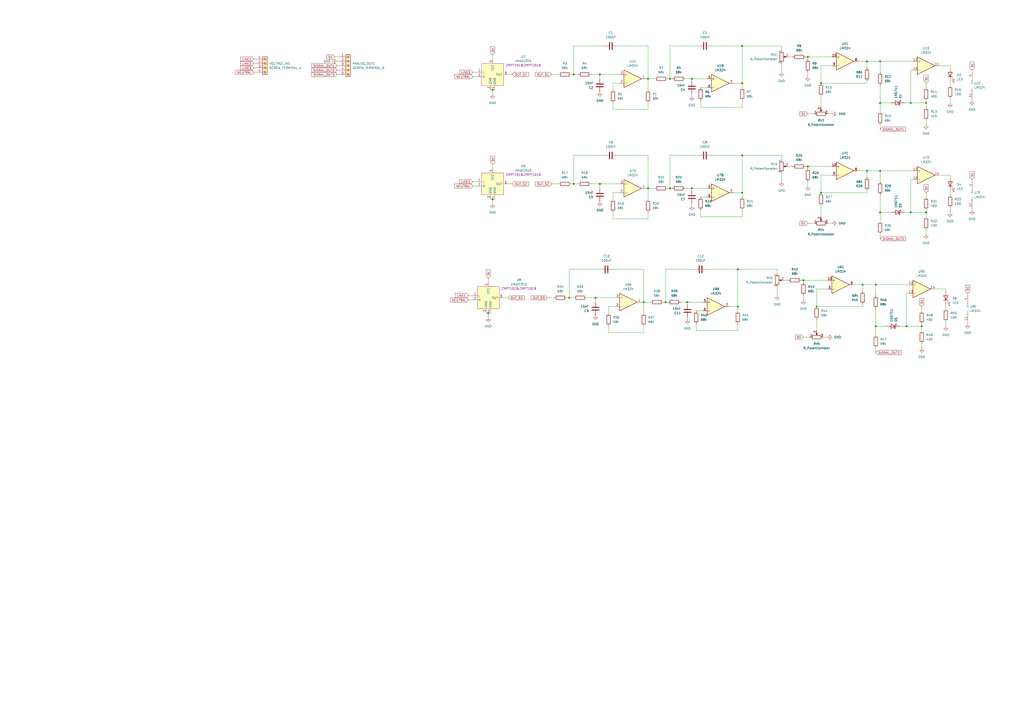
<source format=kicad_sch>
(kicad_sch (version 20250114) (generator "eeschema") (generator_version "9.0")
  (paper "A2")
  (junction (at 430.53 90.17))
  (junction (at 386.08 175.26))
  (junction (at 502.92 99.06))
  (junction (at 500.38 165.1))
  (junction (at 476.25 48.26))
  (junction (at 347.98 43.18))
  (junction (at 510.54 99.06))
  (junction (at 330.2 172.72))
  (junction (at 398.78 175.26))
  (junction (at 510.54 35.56))
  (junction (at 473.71 177.8))
  (junction (at 375.92 45.72))
  (junction (at 528.32 123.19))
  (junction (at 508 165.1))
  (junction (at 502.92 35.56))
  (junction (at 401.32 45.72))
  (junction (at 534.67 189.23))
  (junction (at 537.21 123.19))
  (junction (at 476.25 111.76))
  (junction (at 528.32 59.69))
  (junction (at 510.54 123.19))
  (junction (at 430.53 48.26))
  (junction (at 388.62 109.22))
  (junction (at 508 189.23))
  (junction (at 537.21 59.69))
  (junction (at 401.32 109.22))
  (junction (at 427.99 156.21))
  (junction (at 525.78 189.23))
  (junction (at 332.74 43.18))
  (junction (at 373.38 175.26))
  (junction (at 285.75 52.07))
  (junction (at 388.62 45.72))
  (junction (at 283.21 181.61))
  (junction (at 375.92 109.22))
  (junction (at 347.98 106.68))
  (junction (at 468.63 96.52))
  (junction (at 430.53 111.76))
  (junction (at 332.74 106.68))
  (junction (at 430.53 26.67))
  (junction (at 285.75 115.57))
  (junction (at 510.54 59.69))
  (junction (at 345.44 172.72))
  (junction (at 468.63 33.02))
  (junction (at 427.99 177.8))
  (junction (at 466.09 162.56))
  (wire (pts (xy 147.32 36.83) (xy 148.59 36.83)))
  (wire (pts (xy 147.32 41.91) (xy 148.59 41.91)))
  (wire (pts (xy 468.63 33.02) (xy 482.6 33.02)))
  (wire (pts (xy 332.74 106.68) (xy 332.74 90.17)))
  (wire (pts (xy 500.38 176.53) (xy 500.38 177.8)))
  (wire (pts (xy 430.53 26.67) (xy 430.53 48.26)))
  (wire (pts (xy 401.32 118.11) (xy 401.32 119.38)))
  (wire (pts (xy 271.78 171.45) (xy 274.32 171.45)))
  (wire (pts (xy 537.21 123.19) (xy 528.32 123.19)))
  (wire (pts (xy 389.89 109.22) (xy 388.62 109.22)))
  (wire (pts (xy 430.53 125.73) (xy 406.4 125.73)))
  (wire (pts (xy 331.47 43.18) (xy 332.74 43.18)))
  (wire (pts (xy 347.98 106.68) (xy 359.41 106.68)))
  (wire (pts (xy 410.21 114.3) (xy 406.4 114.3)))
  (wire (pts (xy 467.36 33.02) (xy 468.63 33.02)))
  (wire (pts (xy 548.64 176.53) (xy 548.64 179.07)))
  (wire (pts (xy 468.63 41.91) (xy 468.63 44.45)))
  (wire (pts (xy 510.54 99.06) (xy 529.59 99.06)))
  (wire (pts (xy 406.4 125.73) (xy 406.4 121.92)))
  (wire (pts (xy 510.54 123.19) (xy 510.54 113.03)))
  (wire (pts (xy 430.53 26.67) (xy 453.39 26.67)))
  (wire (pts (xy 502.92 110.49) (xy 502.92 111.76)))
  (wire (pts (xy 274.32 41.91) (xy 276.86 41.91)))
  (wire (pts (xy 551.18 120.65) (xy 551.18 123.19)))
  (wire (pts (xy 521.97 189.23) (xy 525.78 189.23)))
  (wire (pts (xy 274.32 44.45) (xy 276.86 44.45)))
  (wire (pts (xy 355.6 63.5) (xy 355.6 59.69)))
  (wire (pts (xy 373.38 175.26) (xy 377.19 175.26)))
  (wire (pts (xy 285.75 52.07) (xy 287.02 52.07)))
  (wire (pts (xy 407.67 180.34) (xy 403.86 180.34)))
  (wire (pts (xy 375.92 109.22) (xy 379.73 109.22)))
  (wire (pts (xy 345.44 172.72) (xy 356.87 172.72)))
  (wire (pts (xy 355.6 156.21) (xy 373.38 156.21)))
  (wire (pts (xy 430.53 90.17) (xy 453.39 90.17)))
  (wire (pts (xy 375.92 63.5) (xy 375.92 59.69)))
  (wire (pts (xy 355.6 127) (xy 355.6 123.19)))
  (wire (pts (xy 480.06 66.04) (xy 482.6 66.04)))
  (wire (pts (xy 331.47 106.68) (xy 332.74 106.68)))
  (wire (pts (xy 453.39 36.83) (xy 453.39 41.91)))
  (wire (pts (xy 453.39 90.17) (xy 453.39 92.71)))
  (wire (pts (xy 430.53 90.17) (xy 430.53 111.76)))
  (wire (pts (xy 412.75 90.17) (xy 430.53 90.17)))
  (wire (pts (xy 548.64 167.64) (xy 542.29 167.64)))
  (wire (pts (xy 537.21 123.19) (xy 537.21 125.73)))
  (wire (pts (xy 317.5 172.72) (xy 321.31 172.72)))
  (wire (pts (xy 450.85 156.21) (xy 450.85 158.75)))
  (wire (pts (xy 466.09 195.58) (xy 469.9 195.58)))
  (wire (pts (xy 355.6 127) (xy 375.92 127)))
  (wire (pts (xy 537.21 114.3) (xy 537.21 111.76)))
  (wire (pts (xy 285.75 52.07) (xy 285.75 54.61)))
  (wire (pts (xy 285.75 115.57) (xy 285.75 118.11)))
  (wire (pts (xy 430.53 121.92) (xy 430.53 125.73)))
  (wire (pts (xy 534.67 189.23) (xy 534.67 191.77)))
  (wire (pts (xy 427.99 177.8) (xy 422.91 177.8)))
  (wire (pts (xy 332.74 106.68) (xy 335.28 106.68)))
  (wire (pts (xy 473.71 167.64) (xy 473.71 177.8)))
  (wire (pts (xy 476.25 111.76) (xy 502.92 111.76)))
  (wire (pts (xy 561.34 170.18) (xy 561.34 171.45)))
  (wire (pts (xy 510.54 35.56) (xy 529.59 35.56)))
  (wire (pts (xy 401.32 54.61) (xy 401.32 55.88)))
  (wire (pts (xy 476.25 101.6) (xy 476.25 111.76)))
  (wire (pts (xy 466.09 171.45) (xy 466.09 173.99)))
  (wire (pts (xy 320.04 106.68) (xy 323.85 106.68)))
  (wire (pts (xy 476.25 38.1) (xy 476.25 48.26)))
  (wire (pts (xy 294.64 43.18) (xy 297.18 43.18)))
  (wire (pts (xy 292.1 172.72) (xy 294.64 172.72)))
  (wire (pts (xy 403.86 191.77) (xy 403.86 187.96)))
  (wire (pts (xy 502.92 46.99) (xy 502.92 48.26)))
  (wire (pts (xy 466.09 162.56) (xy 466.09 163.83)))
  (wire (pts (xy 401.32 46.99) (xy 401.32 45.72)))
  (wire (pts (xy 537.21 59.69) (xy 528.32 59.69)))
  (wire (pts (xy 401.32 110.49) (xy 401.32 109.22)))
  (wire (pts (xy 412.75 26.67) (xy 430.53 26.67)))
  (wire (pts (xy 468.63 96.52) (xy 482.6 96.52)))
  (wire (pts (xy 401.32 109.22) (xy 410.21 109.22)))
  (wire (pts (xy 467.36 96.52) (xy 468.63 96.52)))
  (wire (pts (xy 502.92 35.56) (xy 502.92 39.37)))
  (wire (pts (xy 274.32 105.41) (xy 276.86 105.41)))
  (wire (pts (xy 285.75 31.75) (xy 285.75 34.29)))
  (wire (pts (xy 281.94 181.61) (xy 283.21 181.61)))
  (wire (pts (xy 285.75 115.57) (xy 287.02 115.57)))
  (wire (pts (xy 534.67 189.23) (xy 525.78 189.23)))
  (wire (pts (xy 453.39 100.33) (xy 453.39 105.41)))
  (wire (pts (xy 271.78 173.99) (xy 274.32 173.99)))
  (wire (pts (xy 373.38 175.26) (xy 373.38 181.61)))
  (wire (pts (xy 427.99 156.21) (xy 450.85 156.21)))
  (wire (pts (xy 332.74 43.18) (xy 332.74 26.67)))
  (wire (pts (xy 285.75 95.25) (xy 285.75 97.79)))
  (wire (pts (xy 410.21 156.21) (xy 427.99 156.21)))
  (wire (pts (xy 283.21 181.61) (xy 283.21 184.15)))
  (wire (pts (xy 563.88 40.64) (xy 563.88 41.91)))
  (wire (pts (xy 510.54 59.69) (xy 510.54 49.53)))
  (wire (pts (xy 347.98 43.18) (xy 347.98 45.72)))
  (wire (pts (xy 340.36 172.72) (xy 345.44 172.72)))
  (wire (pts (xy 375.92 127) (xy 375.92 123.19)))
  (wire (pts (xy 454.66 162.56) (xy 457.2 162.56)))
  (wire (pts (xy 386.08 156.21) (xy 386.08 175.26)))
  (wire (pts (xy 528.32 40.64) (xy 529.59 40.64)))
  (wire (pts (xy 401.32 109.22) (xy 397.51 109.22)))
  (wire (pts (xy 330.2 172.72) (xy 330.2 156.21)))
  (wire (pts (xy 375.92 109.22) (xy 375.92 115.57)))
  (wire (pts (xy 537.21 135.89) (xy 537.21 133.35)))
  (wire (pts (xy 388.62 26.67) (xy 388.62 45.72)))
  (wire (pts (xy 537.21 121.92) (xy 537.21 123.19)))
  (wire (pts (xy 516.89 59.69) (xy 510.54 59.69)))
  (wire (pts (xy 510.54 59.69) (xy 510.54 64.77)))
  (wire (pts (xy 464.82 162.56) (xy 466.09 162.56)))
  (wire (pts (xy 510.54 99.06) (xy 510.54 105.41)))
  (wire (pts (xy 195.58 35.56) (xy 196.85 35.56)))
  (wire (pts (xy 372.11 175.26) (xy 373.38 175.26)))
  (wire (pts (xy 356.87 177.8) (xy 353.06 177.8)))
  (wire (pts (xy 500.38 165.1) (xy 500.38 168.91)))
  (wire (pts (xy 387.35 175.26) (xy 386.08 175.26)))
  (wire (pts (xy 195.58 38.1) (xy 196.85 38.1)))
  (wire (pts (xy 563.88 104.14) (xy 563.88 105.41)))
  (wire (pts (xy 358.14 90.17) (xy 375.92 90.17)))
  (wire (pts (xy 497.84 35.56) (xy 502.92 35.56)))
  (wire (pts (xy 502.92 99.06) (xy 510.54 99.06)))
  (wire (pts (xy 294.64 106.68) (xy 297.18 106.68)))
  (wire (pts (xy 345.44 172.72) (xy 345.44 175.26)))
  (wire (pts (xy 480.06 167.64) (xy 473.71 167.64)))
  (wire (pts (xy 468.63 33.02) (xy 468.63 34.29)))
  (wire (pts (xy 430.53 48.26) (xy 425.45 48.26)))
  (wire (pts (xy 388.62 109.22) (xy 387.35 109.22)))
  (wire (pts (xy 510.54 123.19) (xy 510.54 128.27)))
  (wire (pts (xy 274.32 107.95) (xy 276.86 107.95)))
  (wire (pts (xy 330.2 156.21) (xy 347.98 156.21)))
  (wire (pts (xy 457.2 33.02) (xy 459.74 33.02)))
  (wire (pts (xy 389.89 45.72) (xy 388.62 45.72)))
  (wire (pts (xy 561.34 186.69) (xy 561.34 187.96)))
  (wire (pts (xy 388.62 45.72) (xy 387.35 45.72)))
  (wire (pts (xy 534.67 180.34) (xy 534.67 177.8)))
  (wire (pts (xy 482.6 38.1) (xy 476.25 38.1)))
  (wire (pts (xy 284.48 52.07) (xy 285.75 52.07)))
  (wire (pts (xy 375.92 26.67) (xy 375.92 45.72)))
  (wire (pts (xy 388.62 90.17) (xy 388.62 109.22)))
  (wire (pts (xy 430.53 111.76) (xy 425.45 111.76)))
  (wire (pts (xy 194.31 33.02) (xy 196.85 33.02)))
  (wire (pts (xy 468.63 129.54) (xy 472.44 129.54)))
  (wire (pts (xy 401.32 45.72) (xy 410.21 45.72)))
  (wire (pts (xy 398.78 175.26) (xy 394.97 175.26)))
  (wire (pts (xy 551.18 101.6) (xy 544.83 101.6)))
  (wire (pts (xy 374.65 45.72) (xy 375.92 45.72)))
  (wire (pts (xy 398.78 184.15) (xy 398.78 185.42)))
  (wire (pts (xy 353.06 193.04) (xy 353.06 189.23)))
  (wire (pts (xy 355.6 48.26) (xy 355.6 52.07)))
  (wire (pts (xy 328.93 172.72) (xy 330.2 172.72)))
  (wire (pts (xy 514.35 189.23) (xy 508 189.23)))
  (wire (pts (xy 147.32 39.37) (xy 148.59 39.37)))
  (wire (pts (xy 563.88 120.65) (xy 563.88 121.92)))
  (wire (pts (xy 473.71 177.8) (xy 500.38 177.8)))
  (wire (pts (xy 373.38 156.21) (xy 373.38 175.26)))
  (wire (pts (xy 482.6 101.6) (xy 476.25 101.6)))
  (wire (pts (xy 551.18 38.1) (xy 544.83 38.1)))
  (wire (pts (xy 388.62 90.17) (xy 405.13 90.17)))
  (wire (pts (xy 477.52 195.58) (xy 480.06 195.58)))
  (wire (pts (xy 534.67 201.93) (xy 534.67 199.39)))
  (wire (pts (xy 195.58 43.18) (xy 196.85 43.18)))
  (wire (pts (xy 375.92 90.17) (xy 375.92 109.22)))
  (wire (pts (xy 330.2 172.72) (xy 332.74 172.72)))
  (wire (pts (xy 510.54 135.89) (xy 510.54 138.43)))
  (wire (pts (xy 353.06 193.04) (xy 373.38 193.04)))
  (wire (pts (xy 525.78 170.18) (xy 527.05 170.18)))
  (wire (pts (xy 528.32 40.64) (xy 528.32 59.69)))
  (wire (pts (xy 537.21 72.39) (xy 537.21 69.85)))
  (wire (pts (xy 551.18 102.87) (xy 551.18 101.6)))
  (wire (pts (xy 427.99 187.96) (xy 427.99 191.77)))
  (wire (pts (xy 495.3 165.1) (xy 500.38 165.1)))
  (wire (pts (xy 375.92 45.72) (xy 379.73 45.72)))
  (wire (pts (xy 430.53 48.26) (xy 430.53 50.8)))
  (wire (pts (xy 551.18 57.15) (xy 551.18 59.69)))
  (wire (pts (xy 548.64 168.91) (xy 548.64 167.64)))
  (wire (pts (xy 347.98 106.68) (xy 347.98 109.22)))
  (wire (pts (xy 524.51 123.19) (xy 528.32 123.19)))
  (wire (pts (xy 534.67 187.96) (xy 534.67 189.23)))
  (wire (pts (xy 374.65 109.22) (xy 375.92 109.22)))
  (wire (pts (xy 359.41 48.26) (xy 355.6 48.26)))
  (wire (pts (xy 466.09 162.56) (xy 480.06 162.56)))
  (wire (pts (xy 563.88 57.15) (xy 563.88 58.42)))
  (wire (pts (xy 502.92 35.56) (xy 510.54 35.56)))
  (wire (pts (xy 332.74 43.18) (xy 335.28 43.18)))
  (wire (pts (xy 373.38 193.04) (xy 373.38 189.23)))
  (wire (pts (xy 480.06 129.54) (xy 482.6 129.54)))
  (wire (pts (xy 430.53 62.23) (xy 406.4 62.23)))
  (wire (pts (xy 427.99 177.8) (xy 427.99 180.34)))
  (wire (pts (xy 476.25 48.26) (xy 502.92 48.26)))
  (wire (pts (xy 548.64 186.69) (xy 548.64 189.23)))
  (wire (pts (xy 476.25 119.38) (xy 476.25 125.73)))
  (wire (pts (xy 401.32 45.72) (xy 397.51 45.72)))
  (wire (pts (xy 355.6 63.5) (xy 375.92 63.5)))
  (wire (pts (xy 453.39 26.67) (xy 453.39 29.21)))
  (wire (pts (xy 468.63 66.04) (xy 472.44 66.04)))
  (wire (pts (xy 427.99 156.21) (xy 427.99 177.8)))
  (wire (pts (xy 508 189.23) (xy 508 179.07)))
  (wire (pts (xy 457.2 96.52) (xy 459.74 96.52)))
  (wire (pts (xy 537.21 50.8) (xy 537.21 48.26)))
  (wire (pts (xy 147.32 34.29) (xy 148.59 34.29)))
  (wire (pts (xy 551.18 39.37) (xy 551.18 38.1)))
  (wire (pts (xy 358.14 26.67) (xy 375.92 26.67)))
  (wire (pts (xy 353.06 177.8) (xy 353.06 181.61)))
  (wire (pts (xy 342.9 43.18) (xy 347.98 43.18)))
  (wire (pts (xy 502.92 99.06) (xy 502.92 102.87)))
  (wire (pts (xy 195.58 40.64) (xy 196.85 40.64)))
  (wire (pts (xy 516.89 123.19) (xy 510.54 123.19)))
  (wire (pts (xy 524.51 59.69) (xy 528.32 59.69)))
  (wire (pts (xy 284.48 115.57) (xy 285.75 115.57)))
  (wire (pts (xy 500.38 165.1) (xy 508 165.1)))
  (wire (pts (xy 528.32 104.14) (xy 529.59 104.14)))
  (wire (pts (xy 342.9 106.68) (xy 347.98 106.68)))
  (wire (pts (xy 468.63 105.41) (xy 468.63 107.95)))
  (wire (pts (xy 347.98 43.18) (xy 359.41 43.18)))
  (wire (pts (xy 537.21 59.69) (xy 537.21 62.23)))
  (wire (pts (xy 551.18 46.99) (xy 551.18 49.53)))
  (wire (pts (xy 283.21 161.29) (xy 283.21 163.83)))
  (wire (pts (xy 537.21 58.42) (xy 537.21 59.69)))
  (wire (pts (xy 332.74 90.17) (xy 350.52 90.17)))
  (wire (pts (xy 508 201.93) (xy 508 204.47)))
  (wire (pts (xy 386.08 156.21) (xy 402.59 156.21)))
  (wire (pts (xy 398.78 175.26) (xy 407.67 175.26)))
  (wire (pts (xy 525.78 170.18) (xy 525.78 189.23)))
  (wire (pts (xy 468.63 96.52) (xy 468.63 97.79)))
  (wire (pts (xy 406.4 62.23) (xy 406.4 58.42)))
  (wire (pts (xy 332.74 26.67) (xy 350.52 26.67)))
  (wire (pts (xy 375.92 45.72) (xy 375.92 52.07)))
  (wire (pts (xy 359.41 111.76) (xy 355.6 111.76)))
  (wire (pts (xy 508 165.1) (xy 527.05 165.1)))
  (wire (pts (xy 551.18 110.49) (xy 551.18 113.03)))
  (wire (pts (xy 508 189.23) (xy 508 194.31)))
  (wire (pts (xy 386.08 175.26) (xy 384.81 175.26)))
  (wire (pts (xy 510.54 35.56) (xy 510.54 41.91)))
  (wire (pts (xy 510.54 72.39) (xy 510.54 74.93)))
  (wire (pts (xy 283.21 181.61) (xy 284.48 181.61)))
  (wire (pts (xy 427.99 191.77) (xy 403.86 191.77)))
  (wire (pts (xy 410.21 50.8) (xy 406.4 50.8)))
  (wire (pts (xy 430.53 111.76) (xy 430.53 114.3)))
  (wire (pts (xy 398.78 176.53) (xy 398.78 175.26)))
  (wire (pts (xy 476.25 55.88) (xy 476.25 62.23)))
  (wire (pts (xy 473.71 185.42) (xy 473.71 191.77)))
  (wire (pts (xy 528.32 104.14) (xy 528.32 123.19)))
  (wire (pts (xy 430.53 58.42) (xy 430.53 62.23)))
  (wire (pts (xy 497.84 99.06) (xy 502.92 99.06)))
  (wire (pts (xy 355.6 111.76) (xy 355.6 115.57)))
  (wire (pts (xy 320.04 43.18) (xy 323.85 43.18)))
  (wire (pts (xy 450.85 166.37) (xy 450.85 171.45)))
  (wire (pts (xy 388.62 26.67) (xy 405.13 26.67)))
  (wire (pts (xy 508 165.1) (xy 508 171.45)))
  (global_label "LINE1" (shape input) (at 147.32 34.29 180) (property "Intersheetrefs" "${INTERSHEET_REFS}" (effects (hide yes))))
  (global_label "LINE1" (shape input) (at 271.78 171.45 180) (property "Intersheetrefs" "${INTERSHEET_REFS}" (effects (hide yes))))
  (global_label "5V" (shape input) (at 285.75 95.25 90) (property "Intersheetrefs" "${INTERSHEET_REFS}" (effects (hide yes))))
  (global_label "OUT_S2" (shape input) (at 297.18 106.68 0) (property "Intersheetrefs" "${INTERSHEET_REFS}" (effects (hide yes))))
  (global_label "5V" (shape input) (at 468.63 66.04 180) (property "Intersheetrefs" "${INTERSHEET_REFS}" (effects (hide yes))))
  (global_label "5V" (shape input) (at 563.88 40.64 90) (property "Intersheetrefs" "${INTERSHEET_REFS}" (effects (hide yes))))
  (global_label "5V" (shape input) (at 466.09 195.58 180) (property "Intersheetrefs" "${INTERSHEET_REFS}" (effects (hide yes))))
  (global_label "SIGNAL_OUT1" (shape input) (at 510.54 74.93 0) (property "Intersheetrefs" "${INTERSHEET_REFS}" (effects (hide yes))))
  (global_label "5V" (shape input) (at 563.88 104.14 90) (property "Intersheetrefs" "${INTERSHEET_REFS}" (effects (hide yes))))
  (global_label "NEUTRAL" (shape input) (at 274.32 107.95 180) (property "Intersheetrefs" "${INTERSHEET_REFS}" (effects (hide yes))))
  (global_label "5V" (shape input) (at 285.75 31.75 90) (property "Intersheetrefs" "${INTERSHEET_REFS}" (effects (hide yes))))
  (global_label "5V" (shape input) (at 194.31 33.02 180) (property "Intersheetrefs" "${INTERSHEET_REFS}" (effects (hide yes))))
  (global_label "NEUTRAL" (shape input) (at 271.78 173.99 180) (property "Intersheetrefs" "${INTERSHEET_REFS}" (effects (hide yes))))
  (global_label "LINE2" (shape input) (at 274.32 105.41 180) (property "Intersheetrefs" "${INTERSHEET_REFS}" (effects (hide yes))))
  (global_label "SIGNAL_OUT2" (shape input) (at 510.54 138.43 0) (property "Intersheetrefs" "${INTERSHEET_REFS}" (effects (hide yes))))
  (global_label "5V" (shape input) (at 537.21 111.76 90) (property "Intersheetrefs" "${INTERSHEET_REFS}" (effects (hide yes))))
  (global_label "5V" (shape input) (at 534.67 177.8 90) (property "Intersheetrefs" "${INTERSHEET_REFS}" (effects (hide yes))))
  (global_label "5V" (shape input) (at 468.63 129.54 180) (property "Intersheetrefs" "${INTERSHEET_REFS}" (effects (hide yes))))
  (global_label "OUT_S3" (shape input) (at 317.5 172.72 180) (property "Intersheetrefs" "${INTERSHEET_REFS}" (effects (hide yes))))
  (global_label "SIGNAL_OUT1" (shape input) (at 195.58 38.1 180) (property "Intersheetrefs" "${INTERSHEET_REFS}" (effects (hide yes))))
  (global_label "OUT_S1" (shape input) (at 320.04 43.18 180) (property "Intersheetrefs" "${INTERSHEET_REFS}" (effects (hide yes))))
  (global_label "LINE3" (shape input) (at 147.32 39.37 180) (property "Intersheetrefs" "${INTERSHEET_REFS}" (effects (hide yes))))
  (global_label "OUT_S2" (shape input) (at 320.04 106.68 180) (property "Intersheetrefs" "${INTERSHEET_REFS}" (effects (hide yes))))
  (global_label "5V" (shape input) (at 537.21 48.26 90) (property "Intersheetrefs" "${INTERSHEET_REFS}" (effects (hide yes))))
  (global_label "NEUTRAL" (shape input) (at 274.32 44.45 180) (property "Intersheetrefs" "${INTERSHEET_REFS}" (effects (hide yes))))
  (global_label "SIGNAL_OUT2" (shape input) (at 195.58 40.64 180) (property "Intersheetrefs" "${INTERSHEET_REFS}" (effects (hide yes))))
  (global_label "5V" (shape input) (at 561.34 170.18 90) (property "Intersheetrefs" "${INTERSHEET_REFS}" (effects (hide yes))))
  (global_label "SIGNAL_OUT3" (shape input) (at 195.58 43.18 180) (property "Intersheetrefs" "${INTERSHEET_REFS}" (effects (hide yes))))
  (global_label "LINE2" (shape input) (at 147.32 36.83 180) (property "Intersheetrefs" "${INTERSHEET_REFS}" (effects (hide yes))))
  (global_label "OUT_S1" (shape input) (at 297.18 43.18 0) (property "Intersheetrefs" "${INTERSHEET_REFS}" (effects (hide yes))))
  (global_label "NEUTRAL" (shape input) (at 147.32 41.91 180) (property "Intersheetrefs" "${INTERSHEET_REFS}" (effects (hide yes))))
  (global_label "5V" (shape input) (at 283.21 161.29 90) (property "Intersheetrefs" "${INTERSHEET_REFS}" (effects (hide yes))))
  (global_label "OUT_S3" (shape input) (at 294.64 172.72 0) (property "Intersheetrefs" "${INTERSHEET_REFS}" (effects (hide yes))))
  (global_label "SIGNAL_OUT3" (shape input) (at 508 204.47 0) (property "Intersheetrefs" "${INTERSHEET_REFS}" (effects (hide yes))))
  (global_label "LINE3" (shape input) (at 274.32 41.91 180) (property "Intersheetrefs" "${INTERSHEET_REFS}" (effects (hide yes))))
  (symbol (lib_id "DIY:R") (at 468.63 38.1 180) (unit 1)
    (property "Reference" "R9" (at 471.17 36.8299 0) (effects (justify right)))
    (property "Value" "68k" (at 471.17 39.3699 0) (effects (justify right)))
    (property "Footprint" "Resistor_THT:R_Axial_DIN0207_L6.3mm_D2.5mm_P7.62mm_Horizontal" (effects (hide yes)))
    (property "Description" "Resistor" (effects (hide yes)))
  )
  (symbol (lib_id "Amplifier_Operational:LM324") (at 490.22 99.06 0) (unit 3)
    (property "Reference" "U7" (at 490.22 88.9 0))
    (property "Value" "LM324" (at 490.22 91.44 0))
    (property "Footprint" "Package_DIP:DIP-14_W7.62mm_LongPads" (effects (hide yes)))
    (property "Datasheet" "http://www.ti.com/lit/ds/symlink/lm2902-n.pdf" (effects (hide yes)))
    (property "Description" "Low-Power, Quad-Operational Amplifiers, DIP-14/SOIC-14/SSOP-14" (effects (hide yes)))
  )
  (symbol (lib_id "DIY:R") (at 393.7 45.72 90) (unit 1)
    (property "Reference" "R5" (at 393.7 39.37 90))
    (property "Value" "68k" (at 393.7 41.91 90))
    (property "Footprint" "Resistor_THT:R_Axial_DIN0207_L6.3mm_D2.5mm_P7.62mm_Horizontal" (effects (hide yes)))
    (property "Description" "Resistor" (effects (hide yes)))
  )
  (symbol (lib_id "DIY:R") (at 336.55 172.72 90) (unit 1)
    (property "Reference" "R35" (at 336.55 166.37 90))
    (property "Value" "68k" (at 336.55 168.91 90))
    (property "Footprint" "Resistor_THT:R_Axial_DIN0207_L6.3mm_D2.5mm_P7.62mm_Horizontal" (effects (hide yes)))
    (property "Description" "Resistor" (effects (hide yes)))
  )
  (symbol (lib_id "Amplifier_Operational:LM324") (at 563.88 179.07 0) (unit 5)
    (property "Reference" "U9" (at 562.61 177.7999 0) (effects (justify left)))
    (property "Value" "LM324" (at 562.61 180.3399 0) (effects (justify left)))
    (property "Footprint" "Package_DIP:DIP-14_W7.62mm_LongPads" (effects (hide yes)))
    (property "Datasheet" "http://www.ti.com/lit/ds/symlink/lm2902-n.pdf" (effects (hide yes)))
    (property "Description" "Low-Power, Quad-Operational Amplifiers, DIP-14/SOIC-14/SSOP-14" (effects (hide yes)))
  )
  (symbol (lib_id "DIY:R") (at 355.6 119.38 0) (unit 1)
    (property "Reference" "R19" (at 358.14 118.1099 0) (effects (justify left)))
    (property "Value" "68k" (at 358.14 120.6499 0) (effects (justify left)))
    (property "Footprint" "Resistor_THT:R_Axial_DIN0207_L6.3mm_D2.5mm_P7.62mm_Horizontal" (effects (hide yes)))
    (property "Description" "Resistor" (effects (hide yes)))
  )
  (symbol (lib_id "Device:C") (at 401.32 50.8 180) (unit 1)
    (property "Reference" "C4" (at 397.51 52.0701 0) (effects (justify left)))
    (property "Value" "15nF" (at 397.51 49.5301 0) (effects (justify left)))
    (property "Footprint" "Capacitor_THT:C_Rect_L7.0mm_W2.5mm_P5.00mm" (effects (hide yes)))
    (property "Description" "Unpolarized capacitor" (effects (hide yes)))
  )
  (symbol (lib_id "DIY:R") (at 375.92 119.38 0) (unit 1)
    (property "Reference" "R20" (at 378.46 118.1099 0) (effects (justify left)))
    (property "Value" "68k" (at 378.46 120.6499 0) (effects (justify left)))
    (property "Footprint" "Resistor_THT:R_Axial_DIN0207_L6.3mm_D2.5mm_P7.62mm_Horizontal" (effects (hide yes)))
    (property "Description" "Resistor" (effects (hide yes)))
  )
  (symbol (lib_id "DIY:R") (at 375.92 55.88 0) (unit 1)
    (property "Reference" "R1" (at 378.46 54.6099 0) (effects (justify left)))
    (property "Value" "68k" (at 378.46 57.1499 0) (effects (justify left)))
    (property "Footprint" "Resistor_THT:R_Axial_DIN0207_L6.3mm_D2.5mm_P7.62mm_Horizontal" (effects (hide yes)))
    (property "Description" "Resistor" (effects (hide yes)))
  )
  (symbol (lib_id "DIY:R") (at 403.86 184.15 0) (unit 1)
    (property "Reference" "R40" (at 406.4 182.8799 0) (effects (justify left)))
    (property "Value" "68k" (at 406.4 185.4199 0) (effects (justify left)))
    (property "Footprint" "Resistor_THT:R_Axial_DIN0207_L6.3mm_D2.5mm_P7.62mm_Horizontal" (effects (hide yes)))
    (property "Description" "Resistor" (effects (hide yes)))
  )
  (symbol (lib_id "Device:C") (at 408.94 26.67 90) (unit 1)
    (property "Reference" "C3" (at 408.94 19.05 90))
    (property "Value" "100nF" (at 408.94 21.59 90))
    (property "Footprint" "Capacitor_THT:C_Rect_L11.0mm_W4.3mm_P10.00mm_MKT" (effects (hide yes)))
    (property "Description" "Unpolarized capacitor" (effects (hide yes)))
  )
  (symbol (lib_id "DIY:R") (at 508 175.26 180) (unit 1)
    (property "Reference" "R46" (at 510.54 173.9899 0) (effects (justify right)))
    (property "Value" "68k" (at 510.54 176.5299 0) (effects (justify right)))
    (property "Footprint" "Resistor_THT:R_Axial_DIN0207_L6.3mm_D2.5mm_P7.62mm_Horizontal" (effects (hide yes)))
    (property "Description" "Resistor" (effects (hide yes)))
  )
  (symbol (lib_id "power:GND") (at 551.18 59.69 0) (unit 1)
    (property "Reference" "#PWR06" (effects (hide yes)))
    (property "Value" "GND" (at 551.18 64.77 0))
    (property "Description" "Power symbol creates a global label with name \"GND\" , ground" (effects (hide yes)))
  )
  (symbol (lib_id "DIY:R") (at 466.09 167.64 180) (unit 1)
    (property "Reference" "R43" (at 468.63 166.3699 0) (effects (justify right)))
    (property "Value" "68k" (at 468.63 168.9099 0) (effects (justify right)))
    (property "Footprint" "Resistor_THT:R_Axial_DIN0207_L6.3mm_D2.5mm_P7.62mm_Horizontal" (effects (hide yes)))
    (property "Description" "Resistor" (effects (hide yes)))
  )
  (symbol (lib_id "power:GND") (at 548.64 189.23 0) (unit 1)
    (property "Reference" "#PWR029" (effects (hide yes)))
    (property "Value" "GND" (at 548.64 194.31 0))
    (property "Description" "Power symbol creates a global label with name \"GND\" , ground" (effects (hide yes)))
  )
  (symbol (lib_id "Device:R_Potentiometer") (at 473.71 195.58 90) (unit 1)
    (property "Reference" "RV6" (at 473.71 199.39 90))
    (property "Value" "R_Potentiometer" (at 473.71 201.93 90))
    (property "Footprint" "Potentiometer_THT:Potentiometer_Bourns_3296W_Vertical" (effects (hide yes)))
    (property "Description" "Potentiometer" (effects (hide yes)))
  )
  (symbol (lib_id "power:GND") (at 453.39 105.41 0) (unit 1)
    (property "Reference" "#PWR016" (effects (hide yes)))
    (property "Value" "GND" (at 453.39 110.49 0))
    (property "Description" "Power symbol creates a global label with name \"GND\" , ground" (effects (hide yes)))
  )
  (symbol (lib_id "DIY:R") (at 537.21 118.11 180) (unit 1)
    (property "Reference" "R31" (at 539.75 116.8399 0) (effects (justify right)))
    (property "Value" "400" (at 539.75 119.3799 0) (effects (justify right)))
    (property "Footprint" "Resistor_THT:R_Axial_DIN0207_L6.3mm_D2.5mm_P7.62mm_Horizontal" (effects (hide yes)))
    (property "Description" "Resistor" (effects (hide yes)))
  )
  (symbol (lib_id "power:GND") (at 563.88 121.92 0) (unit 1)
    (property "Reference" "#PWR021" (effects (hide yes)))
    (property "Value" "GND" (at 563.88 127 0))
    (property "Description" "Power symbol creates a global label with name \"GND\" , ground" (effects (hide yes)))
  )
  (symbol (lib_id "Device:R_Potentiometer") (at 450.85 162.56 0) (unit 1)
    (property "Reference" "RV5" (at 448.31 161.2899 0) (effects (justify right)))
    (property "Value" "R_Potentiometer" (at 448.31 163.8299 0) (effects (justify right)))
    (property "Footprint" "Potentiometer_THT:Potentiometer_Bourns_3296W_Vertical" (effects (hide yes)))
    (property "Description" "Potentiometer" (effects (hide yes)))
  )
  (symbol (lib_id "Device:R_Potentiometer") (at 476.25 66.04 90) (unit 1)
    (property "Reference" "RV2" (at 476.25 69.85 90))
    (property "Value" "R_Potentiometer" (at 476.25 72.39 90))
    (property "Footprint" "Potentiometer_THT:Potentiometer_Bourns_3296W_Vertical" (effects (hide yes)))
    (property "Description" "Potentiometer" (effects (hide yes)))
  )
  (symbol (lib_id "Device:C") (at 345.44 179.07 180) (unit 1)
    (property "Reference" "C9" (at 341.63 180.3401 0) (effects (justify left)))
    (property "Value" "15nF" (at 341.63 177.8001 0) (effects (justify left)))
    (property "Footprint" "Capacitor_THT:C_Rect_L7.0mm_W2.5mm_P5.00mm" (effects (hide yes)))
    (property "Description" "Unpolarized capacitor" (effects (hide yes)))
  )
  (symbol (lib_id "Amplifier_Operational:LM324") (at 534.67 167.64 0) (unit 4)
    (property "Reference" "U9" (at 534.67 157.48 0))
    (property "Value" "LM324" (at 534.67 160.02 0))
    (property "Footprint" "Package_DIP:DIP-14_W7.62mm_LongPads" (effects (hide yes)))
    (property "Datasheet" "http://www.ti.com/lit/ds/symlink/lm2902-n.pdf" (effects (hide yes)))
    (property "Description" "Low-Power, Quad-Operational Amplifiers, DIP-14/SOIC-14/SSOP-14" (effects (hide yes)))
  )
  (symbol (lib_id "Connector:Screw_Terminal_01x05") (at 201.93 38.1 0) (unit 1)
    (property "Reference" "ANALOG_OUT1" (at 204.47 36.8299 0) (effects (justify left)))
    (property "Value" "SCREW_TERMINAL_5" (at 204.47 39.3699 0) (effects (justify left)))
    (property "Footprint" "TerminalBlock_Phoenix:TerminalBlock_Phoenix_MKDS-1,5-5-5.08_1x05_P5.08mm_Horizontal" (effects (hide yes)))
    (property "Description" "Generic screw terminal, single row, 01x05, script generated (kicad-library-utils/schlib/autogen/connector/)" (effects (hide yes)))
  )
  (symbol (lib_id "DIY:R") (at 383.54 109.22 90) (unit 1)
    (property "Reference" "R21" (at 383.54 102.87 90))
    (property "Value" "68k" (at 383.54 105.41 90))
    (property "Footprint" "Resistor_THT:R_Axial_DIN0207_L6.3mm_D2.5mm_P7.62mm_Horizontal" (effects (hide yes)))
    (property "Description" "Resistor" (effects (hide yes)))
  )
  (symbol (lib_id "Device:C") (at 408.94 90.17 90) (unit 1)
    (property "Reference" "C8" (at 408.94 82.55 90))
    (property "Value" "100nF" (at 408.94 85.09 90))
    (property "Footprint" "Capacitor_THT:C_Rect_L11.0mm_W4.3mm_P10.00mm_MKT" (effects (hide yes)))
    (property "Description" "Unpolarized capacitor" (effects (hide yes)))
  )
  (symbol (lib_id "DIY:R") (at 325.12 172.72 90) (unit 1)
    (property "Reference" "R34" (at 325.12 166.37 90))
    (property "Value" "68k" (at 325.12 168.91 90))
    (property "Footprint" "Resistor_THT:R_Axial_DIN0207_L6.3mm_D2.5mm_P7.62mm_Horizontal" (effects (hide yes)))
    (property "Description" "Resistor" (effects (hide yes)))
  )
  (symbol (lib_id "power:GND") (at 401.32 55.88 0) (unit 1)
    (property "Reference" "#PWR03" (effects (hide yes)))
    (property "Value" "GND" (at 401.32 60.96 0))
    (property "Description" "Power symbol creates a global label with name \"GND\" , ground" (effects (hide yes)))
  )
  (symbol (lib_id "Amplifier_Operational:LM324") (at 415.29 177.8 0) (unit 2)
    (property "Reference" "U9" (at 415.29 167.64 0))
    (property "Value" "LM324" (at 415.29 170.18 0))
    (property "Footprint" "Package_DIP:DIP-14_W7.62mm_LongPads" (effects (hide yes)))
    (property "Datasheet" "http://www.ti.com/lit/ds/symlink/lm2902-n.pdf" (effects (hide yes)))
    (property "Description" "Low-Power, Quad-Operational Amplifiers, DIP-14/SOIC-14/SSOP-14" (effects (hide yes)))
  )
  (symbol (lib_id "DIY:R") (at 339.09 43.18 90) (unit 1)
    (property "Reference" "R4" (at 339.09 36.83 90))
    (property "Value" "68k" (at 339.09 39.37 90))
    (property "Footprint" "Resistor_THT:R_Axial_DIN0207_L6.3mm_D2.5mm_P7.62mm_Horizontal" (effects (hide yes)))
    (property "Description" "Resistor" (effects (hide yes)))
  )
  (symbol (lib_id "Amplifier_Operational:LM324") (at 367.03 109.22 0) (unit 1)
    (property "Reference" "U7" (at 367.03 99.06 0))
    (property "Value" "LM324" (at 367.03 101.6 0))
    (property "Footprint" "Package_DIP:DIP-14_W7.62mm_LongPads" (effects (hide yes)))
    (property "Datasheet" "http://www.ti.com/lit/ds/symlink/lm2902-n.pdf" (effects (hide yes)))
    (property "Description" "Low-Power, Quad-Operational Amplifiers, DIP-14/SOIC-14/SSOP-14" (effects (hide yes)))
  )
  (symbol (lib_id "Diode:1N5711") (at 518.16 189.23 0) (mirror y) (unit 1)
    (property "Reference" "D5" (at 519.7476 186.69 90) (effects (justify left)))
    (property "Value" "1N5711" (at 517.2076 186.69 90) (effects (justify left)))
    (property "Footprint" "Diode_THT:D_DO-35_SOD27_P7.62mm_Horizontal" (effects (hide yes)))
    (property "Datasheet" "https://www.microsemi.com/document-portal/doc_download/8865-lds-0040-datasheet" (effects (hide yes)))
    (property "Description" "70V 33mA Schottky diode, DO-35" (effects (hide yes)))
  )
  (symbol (lib_id "DIY:R") (at 339.09 106.68 90) (unit 1)
    (property "Reference" "R18" (at 339.09 100.33 90))
    (property "Value" "68k" (at 339.09 102.87 90))
    (property "Footprint" "Resistor_THT:R_Axial_DIN0207_L6.3mm_D2.5mm_P7.62mm_Horizontal" (effects (hide yes)))
    (property "Description" "Resistor" (effects (hide yes)))
  )
  (symbol (lib_id "power:GND") (at 537.21 135.89 0) (unit 1)
    (property "Reference" "#PWR019" (effects (hide yes)))
    (property "Value" "GND" (at 537.21 140.97 0))
    (property "Description" "Power symbol creates a global label with name \"GND\" , ground" (effects (hide yes)))
  )
  (symbol (lib_id "power:GND") (at 482.6 66.04 90) (unit 1)
    (property "Reference" "#PWR05" (effects (hide yes)))
    (property "Value" "GND" (at 486.41 66.0399 90) (effects (justify right)))
    (property "Description" "Power symbol creates a global label with name \"GND\" , ground" (effects (hide yes)))
  )
  (symbol (lib_id "DIY:R") (at 381 175.26 90) (unit 1)
    (property "Reference" "R38" (at 381 168.91 90))
    (property "Value" "68k" (at 381 171.45 90))
    (property "Footprint" "Resistor_THT:R_Axial_DIN0207_L6.3mm_D2.5mm_P7.62mm_Horizontal" (effects (hide yes)))
    (property "Description" "Resistor" (effects (hide yes)))
  )
  (symbol (lib_id "Device:LED") (at 551.18 43.18 90) (unit 1)
    (property "Reference" "D2" (at 554.99 43.4974 90) (effects (justify right)))
    (property "Value" "LED" (at 554.99 46.0374 90) (effects (justify right)))
    (property "Footprint" "LED_THT:LED_D4.0mm" (effects (hide yes)))
    (property "Description" "Light emitting diode" (effects (hide yes)))
    (property "Sim.Pins" "1=K 2=A" (effects (hide yes)))
  )
  (symbol (lib_id "DIY:R") (at 508 198.12 180) (unit 1)
    (property "Reference" "R47" (at 510.54 196.8499 0) (effects (justify right)))
    (property "Value" "68k" (at 510.54 199.3899 0) (effects (justify right)))
    (property "Footprint" "Resistor_THT:R_Axial_DIN0207_L6.3mm_D2.5mm_P7.62mm_Horizontal" (effects (hide yes)))
    (property "Description" "Resistor" (effects (hide yes)))
  )
  (symbol (lib_id "DIY:R") (at 473.71 181.61 180) (unit 1)
    (property "Reference" "R44" (at 476.25 180.3399 0) (effects (justify right)))
    (property "Value" "68k" (at 476.25 182.8799 0) (effects (justify right)))
    (property "Footprint" "Resistor_THT:R_Axial_DIN0207_L6.3mm_D2.5mm_P7.62mm_Horizontal" (effects (hide yes)))
    (property "Description" "Resistor" (effects (hide yes)))
  )
  (symbol (lib_id "DIY:R") (at 427.99 184.15 180) (unit 1)
    (property "Reference" "R41" (at 430.53 182.8799 0) (effects (justify right)))
    (property "Value" "68k" (at 430.53 185.4199 0) (effects (justify right)))
    (property "Footprint" "Resistor_THT:R_Axial_DIN0207_L6.3mm_D2.5mm_P7.62mm_Horizontal" (effects (hide yes)))
    (property "Description" "Resistor" (effects (hide yes)))
  )
  (symbol (lib_id "Connector:Screw_Terminal_01x04") (at 153.67 36.83 0) (unit 1)
    (property "Reference" "VOLTAGE_IN1" (at 156.21 36.8299 0) (effects (justify left)))
    (property "Value" "SCREW_TERMINAL_4" (at 156.21 39.3699 0) (effects (justify left)))
    (property "Footprint" "TerminalBlock_Phoenix:TerminalBlock_Phoenix_MKDS-1,5-4-5.08_1x04_P5.08mm_Horizontal" (effects (hide yes)))
    (property "Description" "Generic screw terminal, single row, 01x04, script generated (kicad-library-utils/schlib/autogen/connector/)" (effects (hide yes)))
  )
  (symbol (lib_id "Device:C") (at 354.33 90.17 90) (unit 1)
    (property "Reference" "C6" (at 354.33 82.55 90))
    (property "Value" "100nF" (at 354.33 85.09 90))
    (property "Footprint" "Capacitor_THT:C_Rect_L11.0mm_W4.3mm_P10.00mm_MKT" (effects (hide yes)))
    (property "Description" "Unpolarized capacitor" (effects (hide yes)))
  )
  (symbol (lib_id "DIY:R") (at 537.21 66.04 180) (unit 1)
    (property "Reference" "R13" (at 539.75 64.7699 0) (effects (justify right)))
    (property "Value" "420" (at 539.75 67.3099 0) (effects (justify right)))
    (property "Footprint" "Resistor_THT:R_Axial_DIN0207_L6.3mm_D2.5mm_P7.62mm_Horizontal" (effects (hide yes)))
    (property "Description" "Resistor" (effects (hide yes)))
  )
  (symbol (lib_id "DIY:R") (at 537.21 54.61 180) (unit 1)
    (property "Reference" "R14" (at 539.75 53.3399 0) (effects (justify right)))
    (property "Value" "400" (at 539.75 55.8799 0) (effects (justify right)))
    (property "Footprint" "Resistor_THT:R_Axial_DIN0207_L6.3mm_D2.5mm_P7.62mm_Horizontal" (effects (hide yes)))
    (property "Description" "Resistor" (effects (hide yes)))
  )
  (symbol (lib_id "Amplifier_Operational:LM324") (at 537.21 101.6 0) (unit 4)
    (property "Reference" "U7" (at 537.21 91.44 0))
    (property "Value" "LM324" (at 537.21 93.98 0))
    (property "Footprint" "Package_DIP:DIP-14_W7.62mm_LongPads" (effects (hide yes)))
    (property "Datasheet" "http://www.ti.com/lit/ds/symlink/lm2902-n.pdf" (effects (hide yes)))
    (property "Description" "Low-Power, Quad-Operational Amplifiers, DIP-14/SOIC-14/SSOP-14" (effects (hide yes)))
  )
  (symbol (lib_id "DIY:R") (at 551.18 116.84 180) (unit 1)
    (property "Reference" "R33" (at 553.72 115.5699 0) (effects (justify right)))
    (property "Value" "100" (at 553.72 118.1099 0) (effects (justify right)))
    (property "Footprint" "Resistor_THT:R_Axial_DIN0207_L6.3mm_D2.5mm_P7.62mm_Horizontal" (effects (hide yes)))
    (property "Description" "Resistor" (effects (hide yes)))
  )
  (symbol (lib_id "Device:LED") (at 548.64 172.72 90) (unit 1)
    (property "Reference" "D6" (at 552.45 173.0374 90) (effects (justify right)))
    (property "Value" "LED" (at 552.45 175.5774 90) (effects (justify right)))
    (property "Footprint" "LED_THT:LED_D4.0mm" (effects (hide yes)))
    (property "Description" "Light emitting diode" (effects (hide yes)))
    (property "Sim.Pins" "1=K 2=A" (effects (hide yes)))
  )
  (symbol (lib_id "Amplifier_Operational:LM324") (at 417.83 48.26 0) (unit 2)
    (property "Reference" "U1" (at 417.83 38.1 0))
    (property "Value" "LM324" (at 417.83 40.64 0))
    (property "Footprint" "Package_DIP:DIP-14_W7.62mm_LongPads" (effects (hide yes)))
    (property "Datasheet" "http://www.ti.com/lit/ds/symlink/lm2902-n.pdf" (effects (hide yes)))
    (property "Description" "Low-Power, Quad-Operational Amplifiers, DIP-14/SOIC-14/SSOP-14" (effects (hide yes)))
  )
  (symbol (lib_id "Amplifier_Operational:LM324") (at 566.42 49.53 0) (unit 5)
    (property "Reference" "U1" (at 565.15 48.2599 0) (effects (justify left)))
    (property "Value" "LM324" (at 565.15 50.7999 0) (effects (justify left)))
    (property "Footprint" "Package_DIP:DIP-14_W7.62mm_LongPads" (effects (hide yes)))
    (property "Datasheet" "http://www.ti.com/lit/ds/symlink/lm2902-n.pdf" (effects (hide yes)))
    (property "Description" "Low-Power, Quad-Operational Amplifiers, DIP-14/SOIC-14/SSOP-14" (effects (hide yes)))
  )
  (symbol (lib_id "Device:R_Potentiometer") (at 453.39 33.02 0) (unit 1)
    (property "Reference" "RV1" (at 450.85 31.7499 0) (effects (justify right)))
    (property "Value" "R_Potentiometer" (at 450.85 34.2899 0) (effects (justify right)))
    (property "Footprint" "Potentiometer_THT:Potentiometer_Bourns_3296W_Vertical" (effects (hide yes)))
    (property "Description" "Potentiometer" (effects (hide yes)))
  )
  (symbol (lib_id "power:GND") (at 468.63 44.45 0) (unit 1)
    (property "Reference" "#PWR04" (effects (hide yes)))
    (property "Value" "GND" (at 468.63 49.53 0))
    (property "Description" "Power symbol creates a global label with name \"GND\" , ground" (effects (hide yes)))
  )
  (symbol (lib_id "DIY:R") (at 551.18 53.34 180) (unit 1)
    (property "Reference" "R16" (at 553.72 52.0699 0) (effects (justify right)))
    (property "Value" "100" (at 553.72 54.6099 0) (effects (justify right)))
    (property "Footprint" "Resistor_THT:R_Axial_DIN0207_L6.3mm_D2.5mm_P7.62mm_Horizontal" (effects (hide yes)))
    (property "Description" "Resistor" (effects (hide yes)))
  )
  (symbol (lib_id "holag:zmpt101b") (at 283.21 172.72 0) (unit 1)
    (property "Reference" "U8" (at 300.99 162.306 0))
    (property "Value" "zmpt101b" (at 300.99 164.846 0))
    (property "Footprint" "ZMPT101B:ZMPT101B" (at 300.99 167.386 0))
  )
  (symbol (lib_id "DIY:R") (at 430.53 54.61 180) (unit 1)
    (property "Reference" "R7" (at 433.07 53.3399 0) (effects (justify right)))
    (property "Value" "68k" (at 433.07 55.8799 0) (effects (justify right)))
    (property "Footprint" "Resistor_THT:R_Axial_DIN0207_L6.3mm_D2.5mm_P7.62mm_Horizontal" (effects (hide yes)))
    (property "Description" "Resistor" (effects (hide yes)))
  )
  (symbol (lib_id "DIY:R") (at 406.4 118.11 0) (unit 1)
    (property "Reference" "R23" (at 408.94 116.8399 0) (effects (justify left)))
    (property "Value" "68k" (at 408.94 119.3799 0) (effects (justify left)))
    (property "Footprint" "Resistor_THT:R_Axial_DIN0207_L6.3mm_D2.5mm_P7.62mm_Horizontal" (effects (hide yes)))
    (property "Description" "Resistor" (effects (hide yes)))
  )
  (symbol (lib_id "Amplifier_Operational:LM324") (at 490.22 35.56 0) (unit 3)
    (property "Reference" "U1" (at 490.22 25.4 0))
    (property "Value" "LM324" (at 490.22 27.94 0))
    (property "Footprint" "Package_DIP:DIP-14_W7.62mm_LongPads" (effects (hide yes)))
    (property "Datasheet" "http://www.ti.com/lit/ds/symlink/lm2902-n.pdf" (effects (hide yes)))
    (property "Description" "Low-Power, Quad-Operational Amplifiers, DIP-14/SOIC-14/SSOP-14" (effects (hide yes)))
  )
  (symbol (lib_id "DIY:R") (at 502.92 106.68 0) (unit 1)
    (property "Reference" "R28" (at 500.38 107.9501 0) (effects (justify right)))
    (property "Value" "68k" (at 500.38 105.4101 0) (effects (justify right)))
    (property "Footprint" "Resistor_THT:R_Axial_DIN0207_L6.3mm_D2.5mm_P7.62mm_Horizontal" (effects (hide yes)))
    (property "Description" "Resistor" (effects (hide yes)))
  )
  (symbol (lib_id "DIY:R") (at 476.25 115.57 180) (unit 1)
    (property "Reference" "R27" (at 478.79 114.2999 0) (effects (justify right)))
    (property "Value" "68k" (at 478.79 116.8399 0) (effects (justify right)))
    (property "Footprint" "Resistor_THT:R_Axial_DIN0207_L6.3mm_D2.5mm_P7.62mm_Horizontal" (effects (hide yes)))
    (property "Description" "Resistor" (effects (hide yes)))
  )
  (symbol (lib_id "DIY:R") (at 406.4 54.61 0) (unit 1)
    (property "Reference" "R6" (at 408.94 53.3399 0) (effects (justify left)))
    (property "Value" "68k" (at 408.94 55.8799 0) (effects (justify left)))
    (property "Footprint" "Resistor_THT:R_Axial_DIN0207_L6.3mm_D2.5mm_P7.62mm_Horizontal" (effects (hide yes)))
    (property "Description" "Resistor" (effects (hide yes)))
  )
  (symbol (lib_id "holag:zmpt101b") (at 285.75 43.18 0) (unit 1)
    (property "Reference" "U2" (at 303.53 32.766 0))
    (property "Value" "zmpt101b" (at 303.53 35.306 0))
    (property "Footprint" "ZMPT101B:ZMPT101B" (at 303.53 37.846 0))
  )
  (symbol (lib_id "Amplifier_Operational:LM324") (at 364.49 175.26 0) (unit 1)
    (property "Reference" "U9" (at 364.49 165.1 0))
    (property "Value" "LM324" (at 364.49 167.64 0))
    (property "Footprint" "Package_DIP:DIP-14_W7.62mm_LongPads" (effects (hide yes)))
    (property "Datasheet" "http://www.ti.com/lit/ds/symlink/lm2902-n.pdf" (effects (hide yes)))
    (property "Description" "Low-Power, Quad-Operational Amplifiers, DIP-14/SOIC-14/SSOP-14" (effects (hide yes)))
  )
  (symbol (lib_id "DIY:R") (at 327.66 106.68 90) (unit 1)
    (property "Reference" "R17" (at 327.66 100.33 90))
    (property "Value" "68k" (at 327.66 102.87 90))
    (property "Footprint" "Resistor_THT:R_Axial_DIN0207_L6.3mm_D2.5mm_P7.62mm_Horizontal" (effects (hide yes)))
    (property "Description" "Resistor" (effects (hide yes)))
  )
  (symbol (lib_id "power:GND") (at 561.34 187.96 0) (unit 1)
    (property "Reference" "#PWR030" (effects (hide yes)))
    (property "Value" "GND" (at 561.34 193.04 0))
    (property "Description" "Power symbol creates a global label with name \"GND\" , ground" (effects (hide yes)))
  )
  (symbol (lib_id "Device:C") (at 351.79 156.21 90) (unit 1)
    (property "Reference" "C10" (at 351.79 148.59 90))
    (property "Value" "100nF" (at 351.79 151.13 90))
    (property "Footprint" "Capacitor_THT:C_Rect_L11.0mm_W4.3mm_P10.00mm_MKT" (effects (hide yes)))
    (property "Description" "Unpolarized capacitor" (effects (hide yes)))
  )
  (symbol (lib_id "DIY:R") (at 468.63 101.6 180) (unit 1)
    (property "Reference" "R26" (at 471.17 100.3299 0) (effects (justify right)))
    (property "Value" "68k" (at 471.17 102.8699 0) (effects (justify right)))
    (property "Footprint" "Resistor_THT:R_Axial_DIN0207_L6.3mm_D2.5mm_P7.62mm_Horizontal" (effects (hide yes)))
    (property "Description" "Resistor" (effects (hide yes)))
  )
  (symbol (lib_id "DIY:R") (at 476.25 52.07 180) (unit 1)
    (property "Reference" "R10" (at 478.79 50.7999 0) (effects (justify right)))
    (property "Value" "68k" (at 478.79 53.3399 0) (effects (justify right)))
    (property "Footprint" "Resistor_THT:R_Axial_DIN0207_L6.3mm_D2.5mm_P7.62mm_Horizontal" (effects (hide yes)))
    (property "Description" "Resistor" (effects (hide yes)))
  )
  (symbol (lib_id "Device:C") (at 398.78 180.34 180) (unit 1)
    (property "Reference" "C11" (at 394.97 181.6101 0) (effects (justify left)))
    (property "Value" "15nF" (at 394.97 179.0701 0) (effects (justify left)))
    (property "Footprint" "Capacitor_THT:C_Rect_L7.0mm_W2.5mm_P5.00mm" (effects (hide yes)))
    (property "Description" "Unpolarized capacitor" (effects (hide yes)))
  )
  (symbol (lib_id "DIY:R") (at 534.67 184.15 180) (unit 1)
    (property "Reference" "R48" (at 537.21 182.8799 0) (effects (justify right)))
    (property "Value" "400" (at 537.21 185.4199 0) (effects (justify right)))
    (property "Footprint" "Resistor_THT:R_Axial_DIN0207_L6.3mm_D2.5mm_P7.62mm_Horizontal" (effects (hide yes)))
    (property "Description" "Resistor" (effects (hide yes)))
  )
  (symbol (lib_id "power:GND") (at 482.6 129.54 90) (unit 1)
    (property "Reference" "#PWR018" (effects (hide yes)))
    (property "Value" "GND" (at 486.41 129.5399 90) (effects (justify right)))
    (property "Description" "Power symbol creates a global label with name \"GND\" , ground" (effects (hide yes)))
  )
  (symbol (lib_id "DIY:R") (at 383.54 45.72 90) (unit 1)
    (property "Reference" "R2" (at 383.54 39.37 90))
    (property "Value" "68k" (at 383.54 41.91 90))
    (property "Footprint" "Resistor_THT:R_Axial_DIN0207_L6.3mm_D2.5mm_P7.62mm_Horizontal" (effects (hide yes)))
    (property "Description" "Resistor" (effects (hide yes)))
  )
  (symbol (lib_id "DIY:R") (at 534.67 195.58 180) (unit 1)
    (property "Reference" "R49" (at 537.21 194.3099 0) (effects (justify right)))
    (property "Value" "420" (at 537.21 196.8499 0) (effects (justify right)))
    (property "Footprint" "Resistor_THT:R_Axial_DIN0207_L6.3mm_D2.5mm_P7.62mm_Horizontal" (effects (hide yes)))
    (property "Description" "Resistor" (effects (hide yes)))
  )
  (symbol (lib_id "Device:C") (at 347.98 113.03 180) (unit 1)
    (property "Reference" "C5" (at 344.17 114.3001 0) (effects (justify left)))
    (property "Value" "15nF" (at 344.17 111.7601 0) (effects (justify left)))
    (property "Footprint" "Capacitor_THT:C_Rect_L7.0mm_W2.5mm_P5.00mm" (effects (hide yes)))
    (property "Description" "Unpolarized capacitor" (effects (hide yes)))
  )
  (symbol (lib_id "Amplifier_Operational:LM324") (at 537.21 38.1 0) (unit 4)
    (property "Reference" "U1" (at 537.21 27.94 0))
    (property "Value" "LM324" (at 537.21 30.48 0))
    (property "Footprint" "Package_DIP:DIP-14_W7.62mm_LongPads" (effects (hide yes)))
    (property "Datasheet" "http://www.ti.com/lit/ds/symlink/lm2902-n.pdf" (effects (hide yes)))
    (property "Description" "Low-Power, Quad-Operational Amplifiers, DIP-14/SOIC-14/SSOP-14" (effects (hide yes)))
  )
  (symbol (lib_id "Diode:1N5711") (at 520.7 123.19 0) (mirror y) (unit 1)
    (property "Reference" "D3" (at 522.2876 120.65 90) (effects (justify left)))
    (property "Value" "1N5711" (at 519.7476 120.65 90) (effects (justify left)))
    (property "Footprint" "Diode_THT:D_DO-35_SOD27_P7.62mm_Horizontal" (effects (hide yes)))
    (property "Datasheet" "https://www.microsemi.com/document-portal/doc_download/8865-lds-0040-datasheet" (effects (hide yes)))
    (property "Description" "70V 33mA Schottky diode, DO-35" (effects (hide yes)))
  )
  (symbol (lib_id "holag:zmpt101b") (at 285.75 106.68 0) (unit 1)
    (property "Reference" "U6" (at 303.53 96.266 0))
    (property "Value" "zmpt101b" (at 303.53 98.806 0))
    (property "Footprint" "ZMPT101B:ZMPT101B" (at 303.53 101.346 0))
  )
  (symbol (lib_id "power:GND") (at 285.75 54.61 0) (unit 1)
    (property "Reference" "#PWR012" (effects (hide yes)))
    (property "Value" "GND" (at 285.75 59.69 0))
    (property "Description" "Power symbol creates a global label with name \"GND\" , ground" (effects (hide yes)))
  )
  (symbol (lib_id "power:GND") (at 195.58 35.56 270) (unit 1)
    (property "Reference" "#PWR032" (effects (hide yes)))
    (property "Value" "GND" (at 191.77 35.5599 90) (effects (justify right)))
    (property "Description" "Power symbol creates a global label with name \"GND\" , ground" (effects (hide yes)))
  )
  (symbol (lib_id "DIY:R") (at 461.01 162.56 90) (unit 1)
    (property "Reference" "R42" (at 461.01 156.21 90))
    (property "Value" "68k" (at 461.01 158.75 90))
    (property "Footprint" "Resistor_THT:R_Axial_DIN0207_L6.3mm_D2.5mm_P7.62mm_Horizontal" (effects (hide yes)))
    (property "Description" "Resistor" (effects (hide yes)))
  )
  (symbol (lib_id "power:GND") (at 453.39 41.91 0) (unit 1)
    (property "Reference" "#PWR02" (effects (hide yes)))
    (property "Value" "GND" (at 453.39 46.99 0))
    (property "Description" "Power symbol creates a global label with name \"GND\" , ground" (effects (hide yes)))
  )
  (symbol (lib_id "DIY:R") (at 327.66 43.18 90) (unit 1)
    (property "Reference" "R3" (at 327.66 36.83 90))
    (property "Value" "68k" (at 327.66 39.37 90))
    (property "Footprint" "Resistor_THT:R_Axial_DIN0207_L6.3mm_D2.5mm_P7.62mm_Horizontal" (effects (hide yes)))
    (property "Description" "Resistor" (effects (hide yes)))
  )
  (symbol (lib_id "DIY:R") (at 537.21 129.54 180) (unit 1)
    (property "Reference" "R32" (at 539.75 128.2699 0) (effects (justify right)))
    (property "Value" "420" (at 539.75 130.8099 0) (effects (justify right)))
    (property "Footprint" "Resistor_THT:R_Axial_DIN0207_L6.3mm_D2.5mm_P7.62mm_Horizontal" (effects (hide yes)))
    (property "Description" "Resistor" (effects (hide yes)))
  )
  (symbol (lib_id "power:GND") (at 468.63 107.95 0) (unit 1)
    (property "Reference" "#PWR017" (effects (hide yes)))
    (property "Value" "GND" (at 468.63 113.03 0))
    (property "Description" "Power symbol creates a global label with name \"GND\" , ground" (effects (hide yes)))
  )
  (symbol (lib_id "power:GND") (at 283.21 184.15 0) (unit 1)
    (property "Reference" "#PWR022" (effects (hide yes)))
    (property "Value" "GND" (at 283.21 189.23 0))
    (property "Description" "Power symbol creates a global label with name \"GND\" , ground" (effects (hide yes)))
  )
  (symbol (lib_id "power:GND") (at 534.67 201.93 0) (unit 1)
    (property "Reference" "#PWR028" (effects (hide yes)))
    (property "Value" "GND" (at 534.67 207.01 0))
    (property "Description" "Power symbol creates a global label with name \"GND\" , ground" (effects (hide yes)))
  )
  (symbol (lib_id "power:GND") (at 347.98 53.34 0) (unit 1)
    (property "Reference" "#PWR01" (effects (hide yes)))
    (property "Value" "GND" (at 347.98 58.42 0))
    (property "Description" "Power symbol creates a global label with name \"GND\" , ground" (effects (hide yes)))
  )
  (symbol (lib_id "Diode:1N5711") (at 520.7 59.69 0) (mirror y) (unit 1)
    (property "Reference" "D1" (at 522.2876 57.15 90) (effects (justify left)))
    (property "Value" "1N5711" (at 519.7476 57.15 90) (effects (justify left)))
    (property "Footprint" "Diode_THT:D_DO-35_SOD27_P7.62mm_Horizontal" (effects (hide yes)))
    (property "Datasheet" "https://www.microsemi.com/document-portal/doc_download/8865-lds-0040-datasheet" (effects (hide yes)))
    (property "Description" "70V 33mA Schottky diode, DO-35" (effects (hide yes)))
  )
  (symbol (lib_id "DIY:R") (at 393.7 109.22 90) (unit 1)
    (property "Reference" "R22" (at 393.7 102.87 90))
    (property "Value" "68k" (at 393.7 105.41 90))
    (property "Footprint" "Resistor_THT:R_Axial_DIN0207_L6.3mm_D2.5mm_P7.62mm_Horizontal" (effects (hide yes)))
    (property "Description" "Resistor" (effects (hide yes)))
  )
  (symbol (lib_id "power:GND") (at 537.21 72.39 0) (unit 1)
    (property "Reference" "#PWR07" (effects (hide yes)))
    (property "Value" "GND" (at 537.21 77.47 0))
    (property "Description" "Power symbol creates a global label with name \"GND\" , ground" (effects (hide yes)))
  )
  (symbol (lib_id "DIY:R") (at 510.54 68.58 180) (unit 1)
    (property "Reference" "R15" (at 513.08 67.3099 0) (effects (justify right)))
    (property "Value" "68k" (at 513.08 69.8499 0) (effects (justify right)))
    (property "Footprint" "Resistor_THT:R_Axial_DIN0207_L6.3mm_D2.5mm_P7.62mm_Horizontal" (effects (hide yes)))
    (property "Description" "Resistor" (effects (hide yes)))
  )
  (symbol (lib_id "DIY:R") (at 548.64 182.88 180) (unit 1)
    (property "Reference" "R50" (at 551.18 181.6099 0) (effects (justify right)))
    (property "Value" "100" (at 551.18 184.1499 0) (effects (justify right)))
    (property "Footprint" "Resistor_THT:R_Axial_DIN0207_L6.3mm_D2.5mm_P7.62mm_Horizontal" (effects (hide yes)))
    (property "Description" "Resistor" (effects (hide yes)))
  )
  (symbol (lib_id "power:GND") (at 551.18 123.19 0) (unit 1)
    (property "Reference" "#PWR020" (effects (hide yes)))
    (property "Value" "GND" (at 551.18 128.27 0))
    (property "Description" "Power symbol creates a global label with name \"GND\" , ground" (effects (hide yes)))
  )
  (symbol (lib_id "Amplifier_Operational:LM324") (at 566.42 113.03 0) (unit 5)
    (property "Reference" "U7" (at 565.15 111.7599 0) (effects (justify left)))
    (property "Value" "LM324" (at 565.15 114.2999 0) (effects (justify left)))
    (property "Footprint" "Package_DIP:DIP-14_W7.62mm_LongPads" (effects (hide yes)))
    (property "Datasheet" "http://www.ti.com/lit/ds/symlink/lm2902-n.pdf" (effects (hide yes)))
    (property "Description" "Low-Power, Quad-Operational Amplifiers, DIP-14/SOIC-14/SSOP-14" (effects (hide yes)))
  )
  (symbol (lib_id "Device:C") (at 406.4 156.21 90) (unit 1)
    (property "Reference" "C12" (at 406.4 148.59 90))
    (property "Value" "100nF" (at 406.4 151.13 90))
    (property "Footprint" "Capacitor_THT:C_Rect_L11.0mm_W4.3mm_P10.00mm_MKT" (effects (hide yes)))
    (property "Description" "Unpolarized capacitor" (effects (hide yes)))
  )
  (symbol (lib_id "DIY:R") (at 463.55 33.02 90) (unit 1)
    (property "Reference" "R8" (at 463.55 26.67 90))
    (property "Value" "68k" (at 463.55 29.21 90))
    (property "Footprint" "Resistor_THT:R_Axial_DIN0207_L6.3mm_D2.5mm_P7.62mm_Horizontal" (effects (hide yes)))
    (property "Description" "Resistor" (effects (hide yes)))
  )
  (symbol (lib_id "DIY:R") (at 510.54 132.08 180) (unit 1)
    (property "Reference" "R30" (at 513.08 130.8099 0) (effects (justify right)))
    (property "Value" "68k" (at 513.08 133.3499 0) (effects (justify right)))
    (property "Footprint" "Resistor_THT:R_Axial_DIN0207_L6.3mm_D2.5mm_P7.62mm_Horizontal" (effects (hide yes)))
    (property "Description" "Resistor" (effects (hide yes)))
  )
  (symbol (lib_id "Device:C") (at 347.98 49.53 180) (unit 1)
    (property "Reference" "C2" (at 344.17 50.8001 0) (effects (justify left)))
    (property "Value" "15nF" (at 344.17 48.2601 0) (effects (justify left)))
    (property "Footprint" "Capacitor_THT:C_Rect_L7.0mm_W2.5mm_P5.00mm" (effects (hide yes)))
    (property "Description" "Unpolarized capacitor" (effects (hide yes)))
  )
  (symbol (lib_id "DIY:R") (at 510.54 45.72 180) (unit 1)
    (property "Reference" "R12" (at 513.08 44.4499 0) (effects (justify right)))
    (property "Value" "68k" (at 513.08 46.9899 0) (effects (justify right)))
    (property "Footprint" "Resistor_THT:R_Axial_DIN0207_L6.3mm_D2.5mm_P7.62mm_Horizontal" (effects (hide yes)))
    (property "Description" "Resistor" (effects (hide yes)))
  )
  (symbol (lib_id "power:GND") (at 466.09 173.99 0) (unit 1)
    (property "Reference" "#PWR026" (effects (hide yes)))
    (property "Value" "GND" (at 466.09 179.07 0))
    (property "Description" "Power symbol creates a global label with name \"GND\" , ground" (effects (hide yes)))
  )
  (symbol (lib_id "Amplifier_Operational:LM324") (at 417.83 111.76 0) (unit 2)
    (property "Reference" "U7" (at 417.83 101.6 0))
    (property "Value" "LM324" (at 417.83 104.14 0))
    (property "Footprint" "Package_DIP:DIP-14_W7.62mm_LongPads" (effects (hide yes)))
    (property "Datasheet" "http://www.ti.com/lit/ds/symlink/lm2902-n.pdf" (effects (hide yes)))
    (property "Description" "Low-Power, Quad-Operational Amplifiers, DIP-14/SOIC-14/SSOP-14" (effects (hide yes)))
  )
  (symbol (lib_id "DIY:R") (at 502.92 43.18 0) (unit 1)
    (property "Reference" "R11" (at 500.38 44.4501 0) (effects (justify right)))
    (property "Value" "68k" (at 500.38 41.9101 0) (effects (justify right)))
    (property "Footprint" "Resistor_THT:R_Axial_DIN0207_L6.3mm_D2.5mm_P7.62mm_Horizontal" (effects (hide yes)))
    (property "Description" "Resistor" (effects (hide yes)))
  )
  (symbol (lib_id "power:GND") (at 450.85 171.45 0) (unit 1)
    (property "Reference" "#PWR025" (effects (hide yes)))
    (property "Value" "GND" (at 450.85 176.53 0))
    (property "Description" "Power symbol creates a global label with name \"GND\" , ground" (effects (hide yes)))
  )
  (symbol (lib_id "DIY:R") (at 510.54 109.22 180) (unit 1)
    (property "Reference" "R29" (at 513.08 107.9499 0) (effects (justify right)))
    (property "Value" "68k" (at 513.08 110.4899 0) (effects (justify right)))
    (property "Footprint" "Resistor_THT:R_Axial_DIN0207_L6.3mm_D2.5mm_P7.62mm_Horizontal" (effects (hide yes)))
    (property "Description" "Resistor" (effects (hide yes)))
  )
  (symbol (lib_id "Device:R_Potentiometer") (at 453.39 96.52 0) (unit 1)
    (property "Reference" "RV3" (at 450.85 95.2499 0) (effects (justify right)))
    (property "Value" "R_Potentiometer" (at 450.85 97.7899 0) (effects (justify right)))
    (property "Footprint" "Potentiometer_THT:Potentiometer_Bourns_3296W_Vertical" (effects (hide yes)))
    (property "Description" "Potentiometer" (effects (hide yes)))
  )
  (symbol (lib_id "DIY:R") (at 355.6 55.88 0) (unit 1)
    (property "Reference" "R0" (at 358.14 54.6099 0) (effects (justify left)))
    (property "Value" "68k" (at 358.14 57.1499 0) (effects (justify left)))
    (property "Footprint" "Resistor_THT:R_Axial_DIN0207_L6.3mm_D2.5mm_P7.62mm_Horizontal" (effects (hide yes)))
    (property "Description" "Resistor" (effects (hide yes)))
  )
  (symbol (lib_id "DIY:R") (at 463.55 96.52 90) (unit 1)
    (property "Reference" "R25" (at 463.55 90.17 90))
    (property "Value" "68k" (at 463.55 92.71 90))
    (property "Footprint" "Resistor_THT:R_Axial_DIN0207_L6.3mm_D2.5mm_P7.62mm_Horizontal" (effects (hide yes)))
    (property "Description" "Resistor" (effects (hide yes)))
  )
  (symbol (lib_id "DIY:R") (at 500.38 172.72 0) (unit 1)
    (property "Reference" "R45" (at 497.84 173.9901 0) (effects (justify right)))
    (property "Value" "68k" (at 497.84 171.4501 0) (effects (justify right)))
    (property "Footprint" "Resistor_THT:R_Axial_DIN0207_L6.3mm_D2.5mm_P7.62mm_Horizontal" (effects (hide yes)))
    (property "Description" "Resistor" (effects (hide yes)))
  )
  (symbol (lib_id "power:GND") (at 480.06 195.58 90) (unit 1)
    (property "Reference" "#PWR027" (effects (hide yes)))
    (property "Value" "GND" (at 483.87 195.5799 90) (effects (justify right)))
    (property "Description" "Power symbol creates a global label with name \"GND\" , ground" (effects (hide yes)))
  )
  (symbol (lib_id "Amplifier_Operational:LM324") (at 487.68 165.1 0) (unit 3)
    (property "Reference" "U9" (at 487.68 154.94 0))
    (property "Value" "LM324" (at 487.68 157.48 0))
    (property "Footprint" "Package_DIP:DIP-14_W7.62mm_LongPads" (effects (hide yes)))
    (property "Datasheet" "http://www.ti.com/lit/ds/symlink/lm2902-n.pdf" (effects (hide yes)))
    (property "Description" "Low-Power, Quad-Operational Amplifiers, DIP-14/SOIC-14/SSOP-14" (effects (hide yes)))
  )
  (symbol (lib_id "power:GND") (at 401.32 119.38 0) (unit 1)
    (property "Reference" "#PWR015" (effects (hide yes)))
    (property "Value" "GND" (at 401.32 124.46 0))
    (property "Description" "Power symbol creates a global label with name \"GND\" , ground" (effects (hide yes)))
  )
  (symbol (lib_id "Amplifier_Operational:LM324") (at 367.03 45.72 0) (unit 1)
    (property "Reference" "U1" (at 367.03 35.56 0))
    (property "Value" "LM324" (at 367.03 38.1 0))
    (property "Footprint" "Package_DIP:DIP-14_W7.62mm_LongPads" (effects (hide yes)))
    (property "Datasheet" "http://www.ti.com/lit/ds/symlink/lm2902-n.pdf" (effects (hide yes)))
    (property "Description" "Low-Power, Quad-Operational Amplifiers, DIP-14/SOIC-14/SSOP-14" (effects (hide yes)))
  )
  (symbol (lib_id "DIY:R") (at 430.53 118.11 180) (unit 1)
    (property "Reference" "R24" (at 433.07 116.8399 0) (effects (justify right)))
    (property "Value" "68k" (at 433.07 119.3799 0) (effects (justify right)))
    (property "Footprint" "Resistor_THT:R_Axial_DIN0207_L6.3mm_D2.5mm_P7.62mm_Horizontal" (effects (hide yes)))
    (property "Description" "Resistor" (effects (hide yes)))
  )
  (symbol (lib_id "Device:C") (at 401.32 114.3 180) (unit 1)
    (property "Reference" "C7" (at 397.51 115.5701 0) (effects (justify left)))
    (property "Value" "15nF" (at 397.51 113.0301 0) (effects (justify left)))
    (property "Footprint" "Capacitor_THT:C_Rect_L7.0mm_W2.5mm_P5.00mm" (effects (hide yes)))
    (property "Description" "Unpolarized capacitor" (effects (hide yes)))
  )
  (symbol (lib_id "Device:R_Potentiometer") (at 476.25 129.54 90) (unit 1)
    (property "Reference" "RV4" (at 476.25 133.35 90))
    (property "Value" "R_Potentiometer" (at 476.25 135.89 90))
    (property "Footprint" "Potentiometer_THT:Potentiometer_Bourns_3296W_Vertical" (effects (hide yes)))
    (property "Description" "Potentiometer" (effects (hide yes)))
  )
  (symbol (lib_id "DIY:R") (at 391.16 175.26 90) (unit 1)
    (property "Reference" "R39" (at 391.16 168.91 90))
    (property "Value" "68k" (at 391.16 171.45 90))
    (property "Footprint" "Resistor_THT:R_Axial_DIN0207_L6.3mm_D2.5mm_P7.62mm_Horizontal" (effects (hide yes)))
    (property "Description" "Resistor" (effects (hide yes)))
  )
  (symbol (lib_id "power:GND") (at 398.78 185.42 0) (unit 1)
    (property "Reference" "#PWR024" (effects (hide yes)))
    (property "Value" "GND" (at 398.78 190.5 0))
    (property "Description" "Power symbol creates a global label with name \"GND\" , ground" (effects (hide yes)))
  )
  (symbol (lib_id "power:GND") (at 345.44 182.88 0) (unit 1)
    (property "Reference" "#PWR023" (effects (hide yes)))
    (property "Value" "GND" (at 345.44 187.96 0))
    (property "Description" "Power symbol creates a global label with name \"GND\" , ground" (effects (hide yes)))
  )
  (symbol (lib_id "power:GND") (at 347.98 116.84 0) (unit 1)
    (property "Reference" "#PWR014" (effects (hide yes)))
    (property "Value" "GND" (at 347.98 121.92 0))
    (property "Description" "Power symbol creates a global label with name \"GND\" , ground" (effects (hide yes)))
  )
  (symbol (lib_id "power:GND") (at 563.88 58.42 0) (unit 1)
    (property "Reference" "#PWR08" (effects (hide yes)))
    (property "Value" "GND" (at 563.88 63.5 0))
    (property "Description" "Power symbol creates a global label with name \"GND\" , ground" (effects (hide yes)))
  )
  (symbol (lib_id "DIY:R") (at 373.38 185.42 0) (unit 1)
    (property "Reference" "R37" (at 375.92 184.1499 0) (effects (justify left)))
    (property "Value" "68k" (at 375.92 186.6899 0) (effects (justify left)))
    (property "Footprint" "Resistor_THT:R_Axial_DIN0207_L6.3mm_D2.5mm_P7.62mm_Horizontal" (effects (hide yes)))
    (property "Description" "Resistor" (effects (hide yes)))
  )
  (symbol (lib_id "Device:LED") (at 551.18 106.68 90) (unit 1)
    (property "Reference" "D4" (at 554.99 106.9974 90) (effects (justify right)))
    (property "Value" "LED" (at 554.99 109.5374 90) (effects (justify right)))
    (property "Footprint" "LED_THT:LED_D4.0mm" (effects (hide yes)))
    (property "Description" "Light emitting diode" (effects (hide yes)))
    (property "Sim.Pins" "1=K 2=A" (effects (hide yes)))
  )
  (symbol (lib_id "power:GND") (at 285.75 118.11 0) (unit 1)
    (property "Reference" "#PWR013" (effects (hide yes)))
    (property "Value" "GND" (at 285.75 123.19 0))
    (property "Description" "Power symbol creates a global label with name \"GND\" , ground" (effects (hide yes)))
  )
  (symbol (lib_id "DIY:R") (at 353.06 185.42 0) (unit 1)
    (property "Reference" "R36" (at 355.6 184.1499 0) (effects (justify left)))
    (property "Value" "68k" (at 355.6 186.6899 0) (effects (justify left)))
    (property "Footprint" "Resistor_THT:R_Axial_DIN0207_L6.3mm_D2.5mm_P7.62mm_Horizontal" (effects (hide yes)))
    (property "Description" "Resistor" (effects (hide yes)))
  )
  (symbol (lib_id "Device:C") (at 354.33 26.67 90) (unit 1)
    (property "Reference" "C1" (at 354.33 19.05 90))
    (property "Value" "100nF" (at 354.33 21.59 90))
    (property "Footprint" "Capacitor_THT:C_Rect_L11.0mm_W4.3mm_P10.00mm_MKT" (effects (hide yes)))
    (property "Description" "Unpolarized capacitor" (effects (hide yes)))
  )
)
</source>
